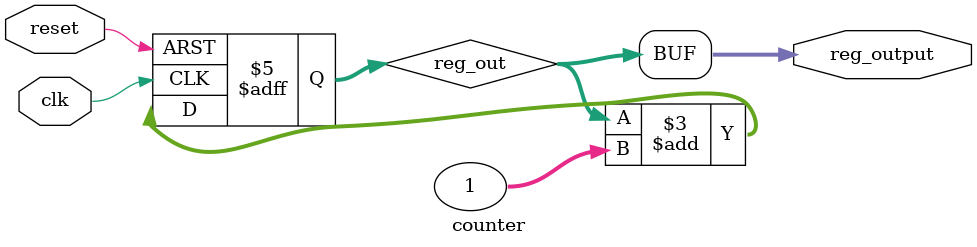
<source format=v>
`timescale 1ns / 1ps


module counter(
    input clk,
    input reset,
    output[39:0] reg_output);
    

    reg[39:0] reg_out = 0;
    /*or(reg_output[0], clk, clk);
    or(reg_output[1], clk, clk);
    or(reg_output[2], clk, clk);*/
    assign reg_output = reg_out;

       
        
    always @(posedge clk, posedge reset)
    begin
        if(reset != 1)
            reg_out <= (reg_out + 1);
        else
            reg_out <= 40'b0;
    end
    
endmodule

</source>
